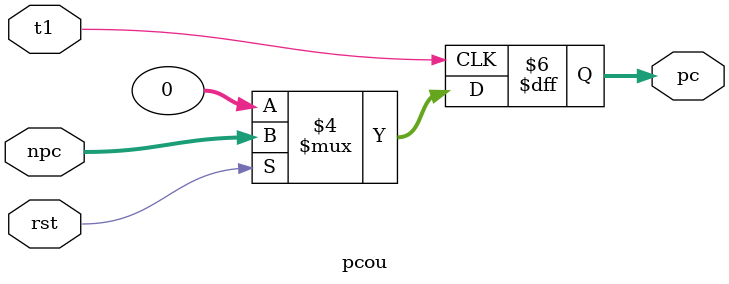
<source format=v>
`timescale 1ns / 1ps

module pcou(
    input t1,
    input rst,
    input [31:0] npc,
    output reg [31:0] pc
    );


always @(posedge t1)
    begin
        if(!rst)
            pc<=8'h00000000;
        else
            pc<=npc;
    end
endmodule


</source>
